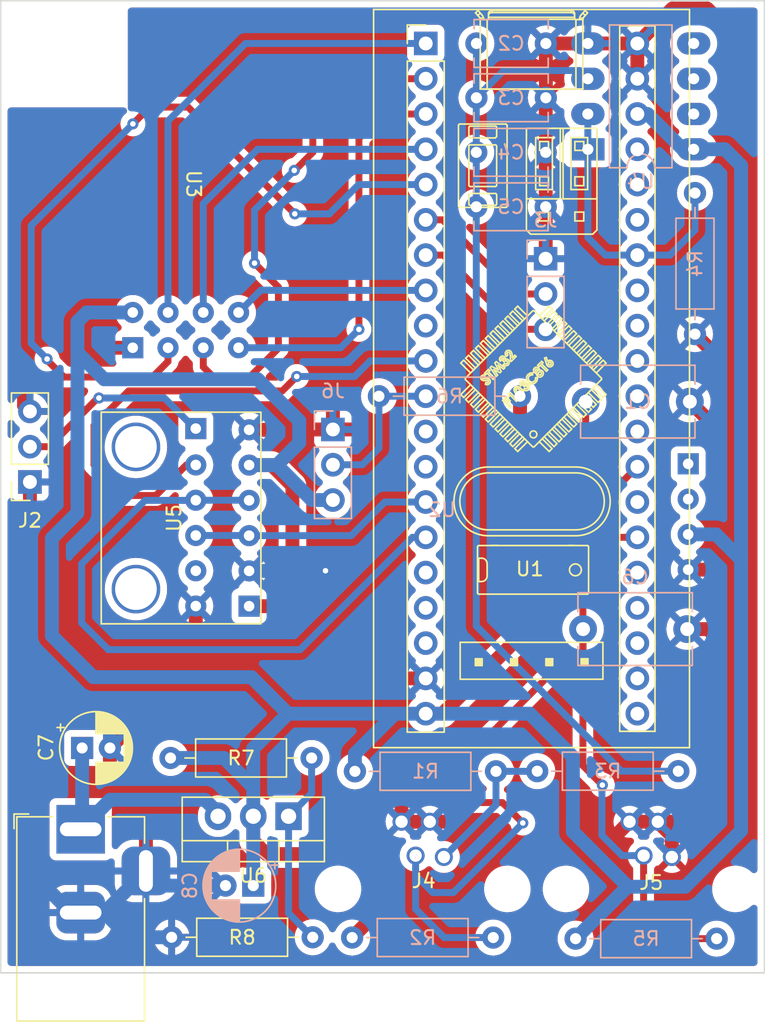
<source format=kicad_pcb>
(kicad_pcb (version 20211014) (generator pcbnew)
  (layers (0 "F.Cu" signal) (31 "B.Cu" signal) (34 "B.Paste" user) (35 "F.Paste" user) (36 "B.SilkS" user "B.Silkscreen") (37 "F.SilkS" user "F.Silkscreen") (38 "B.Mask" user) (39 "F.Mask" user) (44 "Edge.Cuts" user))
  (net 0 "")
  (net 1 "GND")
  (net 2 "Anemometer")
  (net 3 "+3V3")
  (net 4 "/32768Hz out")
  (net 5 "UART_TX")
  (net 6 "UART_RX")
  (net 7 "WindVane_raw")
  (net 8 "DS18B20")
  (net 9 "Wind_Vane")
  (net 10 "LoRa_NCSS")
  (net 11 "LoRa_SCLK")
  (net 12 "LoRa_MISO")
  (net 14 "LoRa_MOSI")
  (net 16 "LoRa_Reset")
  (net 19 "LoRa_DIO0")
  (net 21 "RTC_ALARM")
  (net 25 "I2C_CLK")
  (net 26 "Rain_Gauge")
  (net 27 "I2C_SDA")
  (net 40 "/Passive LPF")
  (net 45 "VCC")
  (net 46 "/V_adj")
  (footprint "RJ11-Connectors:4P4C" (layer "F.Cu") (at 196.81 103.46)
    (fp_text reference "J5" (at 0.04 0.045 unlocked) (layer "F.SilkS"))
    (fp_text value "4P4C" hide)
    (pad "" np_thru_hole circle (at 6.1 0.5) (size 2.36 2.36) (drill 2.36) (layers F&B.Cu *.Mask))
    (pad "" np_thru_hole circle (at -6.1 0.5) (size 2.36 2.36) (drill 2.36) (layers F&B.Cu *.Mask))
    (pad "1" thru_hole circle (at -1.525 -4.34) (size 1.3 1.3) (drill 0.89) (layers *.Cu *.Mask) (net 1 "GND"))
    (pad "2" thru_hole circle (at 0.51 -4.34) (size 1.3 1.3) (drill 0.89) (layers *.Cu *.Mask) (net 1 "GND"))
    (pad "3" thru_hole circle (at -0.51 -1.9) (size 1.3 1.3) (drill 0.89) (layers *.Cu *.Mask) (net 26 "Rain_Gauge"))
    (pad "4" thru_hole circle (at 1.525 -1.8) (size 1.3 1.3) (drill 0.89) (layers *.Cu *.Mask) (net 1 "GND"))
  )
  (footprint "Resistor_THT:R_Axial_DIN0207_L6.3mm_D2.5mm_P10.16mm_Horizontal" (layer "F.Cu") (at 172.39 94.53 180)
    (fp_text reference "R7" (at 5.08 -0.01) (layer "F.SilkS"))
    (fp_text value "240" hide)
    (pad "1" thru_hole circle (at 0 0 180) (size 1.6 1.6) (drill 0.8) (layers *.Cu *.Mask) (net 46 "/V_adj"))
    (pad "2" thru_hole oval (at 10.16 0 180) (size 1.6 1.6) (drill 0.8) (layers *.Cu *.Mask) (net 3 "+3V3"))
  )
  (footprint "Capacitor_THT:CP_Radial_D5.0mm_P2.00mm" (layer "F.Cu") (at 155.864888 93.81)
    (fp_text reference "C7" (at -2.594888 -0.02 90) (layer "F.SilkS"))
    (fp_text value "0.1u" hide)
    (pad "1" thru_hole rect (at 0 0) (size 1.6 1.6) (drill 0.8) (layers *.Cu *.Mask) (net 45 "VCC"))
    (pad "2" thru_hole circle (at 2 0) (size 1.6 1.6) (drill 0.8) (layers *.Cu *.Mask) (net 1 "GND"))
  )
  (footprint "Connector_BarrelJack:BarrelJack_Horizontal" (layer "F.Cu") (at 155.7605 99.664 90)
    (fp_text reference "J1" hide)
    (fp_text value "Barrel_Jack" hide)
    (pad "1" thru_hole rect (at 0 0 90) (size 3.5 3.5) (drill oval 1 3) (layers *.Cu *.Mask) (net 45 "VCC"))
    (pad "2" thru_hole roundrect (at -6 0 90) (size 3 3.5) (drill oval 1 3) (layers *.Cu *.Mask) (net 1 "GND"))
    (pad "3" thru_hole roundrect (at -3 4.7 90) (size 3.5 3.5) (drill oval 3 1) (layers *.Cu *.Mask) (net 1 "GND"))
  )
  (footprint "Connector_PinSocket_2.54mm:PinSocket_1x03_P2.54mm_Vertical" (layer "F.Cu") (at 152.105 74.655 180)
    (fp_text reference "J2" (at 0 -2.77) (layer "F.SilkS"))
    (fp_text value "Conn_01x03_Male" hide)
    (pad "1" thru_hole rect (at 0 0 180) (size 1.7 1.7) (drill 1) (layers *.Cu *.Mask) (net 1 "GND"))
    (pad "2" thru_hole oval (at 0 2.54 180) (size 1.7 1.7) (drill 1) (layers *.Cu *.Mask) (net 4 "/32768Hz out"))
    (pad "3" thru_hole oval (at 0 5.08 180) (size 1.7 1.7) (drill 1) (layers *.Cu *.Mask) (net 1 "GND"))
  )
  (footprint "BME280_Module:BME280_I2C_Small" (layer "F.Cu") (at 162.99 77.25 90)
    (fp_text reference "U5" (at 0 -0.5 90 unlocked) (layer "F.SilkS"))
    (fp_text value "BME280_I2C_New_LK888")
    (pad "" np_thru_hole circle (at 5.12 -3.25 90) (size 3.5 3.5) (drill 3) (layers F&B.Cu *.Mask))
    (pad "" np_thru_hole circle (at -5.12 -3.25 90) (size 3.5 3.5) (drill 3) (layers F&B.Cu *.Mask))
    (pad "1" thru_hole rect (at -6.35 4.9 180) (size 1.524 1.524) (drill 0.762) (layers *.Cu *.Mask) (net 3 "+3V3"))
    (pad "1" thru_hole circle (at 3.81 4.9 180) (size 1.524 1.524) (drill 0.762) (layers *.Cu *.Mask) (net 3 "+3V3"))
    (pad "2" thru_hole circle (at -3.81 4.9 180) (size 1.524 1.524) (drill 0.762) (layers *.Cu *.Mask) (net 1 "GND"))
    (pad "3" thru_hole circle (at -1.27 4.9 180) (size 1.524 1.524) (drill 0.762) (layers *.Cu *.Mask) (net 25 "I2C_CLK"))
    (pad "4" thru_hole circle (at 1.27 4.9 180) (size 1.524 1.524) (drill 0.762) (layers *.Cu *.Mask) (net 27 "I2C_SDA"))
    (pad "5" thru_hole circle (at 6.35 4.9 180) (size 1.524 1.524) (drill 0.762) (layers *.Cu *.Mask) (net 1 "GND"))
  )
  (footprint "Package_TO_SOT_THT:TO-220-3_Vertical" (layer "F.Cu") (at 170.73 98.725 180)
    (fp_text reference "U6" (at 2.54 -4.27) (layer "F.SilkS"))
    (fp_text value "LM317_TO-220")
    (pad "1" thru_hole rect (at 0 0 180) (size 1.905 2) (drill 1.1) (layers *.Cu *.Mask) (net 46 "/V_adj"))
    (pad "2" thru_hole oval (at 2.54 0 180) (size 1.905 2) (drill 1.1) (layers *.Cu *.Mask) (net 3 "+3V3"))
    (pad "3" thru_hole oval (at 5.08 0 180) (size 1.905 2) (drill 1.1) (layers *.Cu *.Mask) (net 45 "VCC"))
  )
  (footprint "RJ11-Connectors:4P4C" (layer "F.Cu") (at 180.39 103.46)
    (fp_text reference "J4" (at 0.077 -0.082 unlocked) (layer "F.SilkS"))
    (fp_text value "4P4C" hide)
    (pad "" np_thru_hole circle (at 6.1 0.5) (size 2.36 2.36) (drill 2.36) (layers F&B.Cu *.Mask))
    (pad "" np_thru_hole circle (at -6.1 0.5) (size 2.36 2.36) (drill 2.36) (layers F&B.Cu *.Mask))
    (pad "1" thru_hole circle (at -1.525 -4.34) (size 1.3 1.3) (drill 0.89) (layers *.Cu *.Mask) (net 1 "GND"))
    (pad "2" thru_hole circle (at 0.51 -4.34) (size 1.3 1.3) (drill 0.89) (layers *.Cu *.Mask) (net 1 "GND"))
    (pad "3" thru_hole circle (at -0.51 -1.9) (size 1.3 1.3) (drill 0.89) (layers *.Cu *.Mask) (net 2 "Anemometer"))
    (pad "4" thru_hole circle (at 1.525 -1.8) (size 1.3 1.3) (drill 0.89) (layers *.Cu *.Mask) (net 7 "WindVane_raw"))
  )
  (footprint "SX1278_Module:SX1278_Minimal" (layer "F.Cu") (at 163.39 53.19 -90)
    (fp_text reference "U3" (at 0 -0.5 -90 unlocked) (layer "F.SilkS"))
    (fp_text value "SX1278_Minimal")
    (pad "1" thru_hole rect (at 11.8 3.88 270) (size 1.524 1.524) (drill 0.762) (layers *.Cu *.Mask) (net 1 "GND"))
    (pad "2" thru_hole circle (at 9.26 3.88 270) (size 1.524 1.524) (drill 0.762) (layers *.Cu *.Mask) (net 3 "+3V3"))
    (pad "3" thru_hole circle (at 11.8 1.34 270) (size 1.524 1.524) (drill 0.762) (layers *.Cu *.Mask) (net 16 "LoRa_Reset"))
    (pad "4" thru_hole circle (at 9.26 1.34 270) (size 1.524 1.524) (drill 0.762) (layers *.Cu *.Mask) (net 10 "LoRa_NCSS"))
    (pad "5" thru_hole circle (at 11.8 -1.2 270) (size 1.524 1.524) (drill 0.762) (layers *.Cu *.Mask) (net 11 "LoRa_SCLK"))
    (pad "6" thru_hole circle (at 9.26 -1.2 270) (size 1.524 1.524) (drill 0.762) (layers *.Cu *.Mask) (net 14 "LoRa_MOSI"))
    (pad "7" thru_hole circle (at 11.8 -3.74 270) (size 1.524 1.524) (drill 0.762) (layers *.Cu *.Mask) (net 12 "LoRa_MISO"))
    (pad "8" thru_hole circle (at 9.26 -3.74 270) (size 1.524 1.524) (drill 0.762) (layers *.Cu *.Mask) (net 19 "LoRa_DIO0"))
  )
  (footprint "Resistor_THT:R_Axial_DIN0207_L6.3mm_D2.5mm_P10.16mm_Horizontal" (layer "F.Cu") (at 172.47 107.44 180)
    (fp_text reference "R8" (at 5.08 -0.01) (layer "F.SilkS"))
    (fp_text value "390" hide)
    (pad "1" thru_hole circle (at 0 0 180) (size 1.6 1.6) (drill 0.8) (layers *.Cu *.Mask) (net 46 "/V_adj"))
    (pad "2" thru_hole oval (at 10.16 0 180) (size 1.6 1.6) (drill 0.8) (layers *.Cu *.Mask) (net 1 "GND"))
  )
  (footprint "KiCAD_STM32_BluePill:YAAJ_BluePill_1" (layer "F.Cu") (at 180.61 43.08)
    (fp_text reference "U1" (at 7.493 37.846) (layer "F.SilkS"))
    (fp_text value "YAAJ_BluePill" hide)
    (pad "1" thru_hole rect locked (at 0 0) (size 1.7 1.7) (drill 1) (layers *.Cu *.Mask) (net 10 "LoRa_NCSS"))
    (pad "2" thru_hole circle locked (at 0 2.54) (size 1.7 1.7) (drill 1) (layers *.Cu *.Mask) (net 11 "LoRa_SCLK"))
    (pad "3" thru_hole circle locked (at 0 5.08) (size 1.7 1.7) (drill 1) (layers *.Cu *.Mask) (net 12 "LoRa_MISO"))
    (pad "4" thru_hole circle locked (at 0 7.62) (size 1.7 1.7) (drill 1) (layers *.Cu *.Mask) (net 14 "LoRa_MOSI"))
    (pad "5" thru_hole circle locked (at 0 10.16) (size 1.7 1.7) (drill 1) (layers *.Cu *.Mask) (net 16 "LoRa_Reset"))
    (pad "6" thru_hole circle locked (at 0 12.7) (size 1.7 1.7) (drill 1) (layers *.Cu *.Mask) (net 5 "UART_TX"))
    (pad "7" thru_hole circle locked (at 0 15.24) (size 1.7 1.7) (drill 1) (layers *.Cu *.Mask) (net 6 "UART_RX"))
    (pad "8" thru_hole circle locked (at 0 17.78) (size 1.7 1.7) (drill 1) (layers *.Cu *.Mask) (net 19 "LoRa_DIO0"))
    (pad "9" thru_hole circle locked (at 0 20.32) (size 1.7 1.7) (drill 1) (layers *.Cu *.Mask))
    (pad "10" thru_hole circle locked (at 0 22.86) (size 1.7 1.7) (drill 1) (layers *.Cu *.Mask) (net 21 "RTC_ALARM"))
    (pad "11" thru_hole circle locked (at 0 25.4) (size 1.7 1.7) (drill 1) (layers *.Cu *.Mask) (net 8 "DS18B20"))
    (pad "12" thru_hole circle locked (at 0 27.94) (size 1.7 1.7) (drill 1) (layers *.Cu *.Mask))
    (pad "13" thru_hole circle locked (at 0 30.48) (size 1.7 1.7) (drill 1) (layers *.Cu *.Mask))
    (pad "14" thru_hole circle locked (at 0 33.02) (size 1.7 1.7) (drill 1) (layers *.Cu *.Mask) (net 25 "I2C_CLK"))
    (pad "15" thru_hole circle locked (at 0 35.56) (size 1.7 1.7) (drill 1) (layers *.Cu *.Mask) (net 27 "I2C_SDA"))
    (pad "16" thru_hole circle locked (at 0 38.1) (size 1.7 1.7) (drill 1) (layers *.Cu *.Mask))
    (pad "17" thru_hole circle locked (at 0 40.64) (size 1.7 1.7) (drill 1) (layers *.Cu *.Mask))
    (pad "18" thru_hole circle locked (at 0 43.18) (size 1.7 1.7) (drill 1) (layers *.Cu *.Mask))
    (pad "19" thru_hole circle locked (at 0 45.72) (size 1.7 1.7) (drill 1) (layers *.Cu *.Mask) (net 1 "GND"))
    (pad "20" thru_hole circle locked (at 0 48.26) (size 1.7 1.7) (drill 1) (layers *.Cu *.Mask) (net 3 "+3V3"))
    (pad "21" thru_hole circle locked (at 15.24 48.26) (size 1.7 1.7) (drill 1) (layers *.Cu *.Mask))
    (pad "22" thru_hole circle locked (at 15.24 45.72) (size 1.7 1.7) (drill 1) (layers *.Cu *.Mask))
    (pad "23" thru_hole circle locked (at 15.24 43.18) (size 1.7 1.7) (drill 1) (layers *.Cu *.Mask))
    (pad "24" thru_hole circle locked (at 15.24 40.64) (size 1.7 1.7) (drill 1) (layers *.Cu *.Mask))
    (pad "25" thru_hole circle locked (at 15.24 38.1) (size 1.7 1.7) (drill 1) (layers *.Cu *.Mask))
    (pad "26" thru_hole circle locked (at 15.24 35.56) (size 1.7 1.7) (drill 1) (layers *.Cu *.Mask) (net 26 "Rain_Gauge"))
    (pad "27" thru_hole circle locked (at 15.24 33.02) (size 1.7 1.7) (drill 1) (layers *.Cu *.Mask))
    (pad "28" thru_hole circle locked (at 15.24 30.48) (size 1.7 1.7) (drill 1) (layers *.Cu *.Mask) (net 2 "Anemometer"))
    (pad "29" thru_hole circle locked (at 15.24 27.94) (size 1.7 1.7) (drill 1) (layers *.Cu *.Mask))
    (pad "30" thru_hole circle locked (at 15.24 25.4) (size 1.7 1.7) (drill 1) (layers *.Cu *.Mask))
    (pad "31" thru_hole circle locked (at 15.24 22.86) (size 1.7 1.7) (drill 1) (layers *.Cu *.Mask))
    (pad "32" thru_hole circle locked (at 15.24 20.32) (size 1.7 1.7) (drill 1) (layers *.Cu *.Mask))
    (pad "33" thru_hole circle locked (at 15.24 17.78) (size 1.7 1.7) (drill 1) (layers *.Cu *.Mask))
    (pad "34" thru_hole circle locked (at 15.24 15.24) (size 1.7 1.7) (drill 1) (layers *.Cu *.Mask) (net 9 "Wind_Vane"))
    (pad "35" thru_hole circle locked (at 15.24 12.7) (size 1.7 1.7) (drill 1) (layers *.Cu *.Mask))
    (pad "36" thru_hole circle locked (at 15.24 10.16) (size 1.7 1.7) (drill 1) (layers *.Cu *.Mask))
    (pad "37" thru_hole circle locked (at 15.24 7.62) (size 1.7 1.7) (drill 1) (layers *.Cu *.Mask))
    (pad "38" thru_hole circle locked (at 15.24 5.08) (size 1.7 1.7) (drill 1) (layers *.Cu *.Mask) (net 3 "+3V3"))
    (pad "39" thru_hole circle locked (at 15.24 2.54) (size 1.7 1.7) (drill 1) (layers *.Cu *.Mask) (net 1 "GND"))
    (pad "40" thru_hole circle locked (at 15.24 0) (size 1.7 1.7) (drill 1) (layers *.Cu *.Mask) (net 1 "GND"))
  )
  (footprint "Capacitor_THT:C_Disc_D5.1mm_W3.2mm_P5.00mm" (layer "B.Cu") (at 184.25 54.84)
    (fp_text reference "C5" (at 2.5 0) (layer "B.SilkS") (effects (justify mirror)))
    (fp_text value "2.2n" hide)
    (pad "1" thru_hole circle (at 0 0) (size 1.6 1.6) (drill 0.8) (layers *.Cu *.Mask) (net 40 "/Passive LPF"))
    (pad "2" thru_hole circle (at 5 0) (size 1.6 1.6) (drill 0.8) (layers *.Cu *.Mask) (net 1 "GND"))
  )
  (footprint "Package_DIP:DIP-8_W7.62mm_LongPads" (layer "B.Cu") (at 192.285 50.7)
    (fp_text reference "U4" (at 3.81 2.33) (layer "B.SilkS") (effects (justify mirror)))
    (fp_text value "MCP6002-xP")
    (pad "1" thru_hole rect (at 0 0) (size 2.4 1.6) (drill 0.8) (layers *.Cu *.Mask) (net 9 "Wind_Vane"))
    (pad "2" thru_hole oval (at 0 -2.54) (size 2.4 1.6) (drill 0.8) (layers *.Cu *.Mask) (net 9 "Wind_Vane"))
    (pad "3" thru_hole oval (at 0 -5.08) (size 2.4 1.6) (drill 0.8) (layers *.Cu *.Mask) (net 40 "/Passive LPF"))
    (pad "4" thru_hole oval (at 0 -7.62) (size 2.4 1.6) (drill 0.8) (layers *.Cu *.Mask) (net 1 "GND"))
    (pad "5" thru_hole oval (at 7.62 -7.62) (size 2.4 1.6) (drill 0.8) (layers *.Cu *.Mask))
    (pad "6" thru_hole oval (at 7.62 -5.08) (size 2.4 1.6) (drill 0.8) (layers *.Cu *.Mask))
    (pad "7" thru_hole oval (at 7.62 -2.54) (size 2.4 1.6) (drill 0.8) (layers *.Cu *.Mask))
    (pad "8" thru_hole oval (at 7.62 0) (size 2.4 1.6) (drill 0.8) (layers *.Cu *.Mask) (net 3 "+3V3"))
  )
  (footprint "Capacitor_THT:C_Disc_D8.0mm_W5.0mm_P7.50mm" (layer "B.Cu") (at 199.63 68.87 180)
    (fp_text reference "C1" (at 3.75 0) (layer "B.SilkS") (effects (justify mirror)))
    (fp_text value "68n" hide)
    (pad "1" thru_hole circle (at 0 0 180) (size 2 2) (drill 1) (layers *.Cu *.Mask) (net 1 "GND"))
    (pad "2" thru_hole circle (at 7.5 0 180) (size 2 2) (drill 1) (layers *.Cu *.Mask) (net 2 "Anemometer"))
  )
  (footprint "Capacitor_THT:C_Disc_D5.1mm_W3.2mm_P5.00mm" (layer "B.Cu") (at 184.25 50.92)
    (fp_text reference "C4" (at 2.5 0) (layer "B.SilkS") (effects (justify mirror)))
    (fp_text value "3.3n" hide)
    (pad "1" thru_hole circle (at 0 0) (size 1.6 1.6) (drill 0.8) (layers *.Cu *.Mask) (net 40 "/Passive LPF"))
    (pad "2" thru_hole circle (at 5 0) (size 1.6 1.6) (drill 0.8) (layers *.Cu *.Mask) (net 1 "GND"))
  )
  (footprint "Capacitor_THT:C_Disc_D5.1mm_W3.2mm_P5.00mm" (layer "B.Cu") (at 184.26 43.08)
    (fp_text reference "C2" (at 2.5 0) (layer "B.SilkS") (effects (justify mirror)))
    (fp_text value "10n" hide)
    (pad "1" thru_hole circle (at 0 0) (size 1.6 1.6) (drill 0.8) (layers *.Cu *.Mask) (net 40 "/Passive LPF"))
    (pad "2" thru_hole circle (at 5 0) (size 1.6 1.6) (drill 0.8) (layers *.Cu *.Mask) (net 1 "GND"))
  )
  (footprint "Capacitor_THT:CP_Radial_D5.0mm_P2.00mm" (layer "B.Cu") (at 168.19 103.72 180)
    (fp_text reference "C8" (at 4.57 0 90) (layer "B.SilkS") (effects (justify mirror)))
    (fp_text value "1u" hide)
    (pad "1" thru_hole rect (at 0 0 180) (size 1.6 1.6) (drill 0.8) (layers *.Cu *.Mask) (net 3 "+3V3"))
    (pad "2" thru_hole circle (at 2 0 180) (size 1.6 1.6) (drill 0.8) (layers *.Cu *.Mask) (net 1 "GND"))
  )
  (footprint "Resistor_THT:R_Axial_DIN0207_L6.3mm_D2.5mm_P10.16mm_Horizontal" (layer "B.Cu") (at 187.4 68.48 180)
    (fp_text reference "R6" (at 5.08 0) (layer "B.SilkS") (effects (justify mirror)))
    (fp_text value "4.7k" hide)
    (pad "1" thru_hole circle (at 0 0 180) (size 1.6 1.6) (drill 0.8) (layers *.Cu *.Mask) (net 3 "+3V3"))
    (pad "2" thru_hole oval (at 10.16 0 180) (size 1.6 1.6) (drill 0.8) (layers *.Cu *.Mask) (net 8 "DS18B20"))
  )
  (footprint "Connector_PinSocket_2.54mm:PinSocket_1x03_P2.54mm_Vertical" (layer "B.Cu") (at 189.24 58.58 180)
    (fp_text reference "J3" (at 0 2.77) (layer "B.SilkS") (effects (justify mirror)))
    (fp_text value "Conn_01x03_Male" hide)
    (pad "1" thru_hole rect (at 0 0 180) (size 1.7 1.7) (drill 1) (layers *.Cu *.Mask) (net 1 "GND"))
    (pad "2" thru_hole oval (at 0 -2.54 180) (size 1.7 1.7) (drill 1) (layers *.Cu *.Mask) (net 5 "UART_TX"))
    (pad "3" thru_hole oval (at 0 -5.08 180) (size 1.7 1.7) (drill 1) (layers *.Cu *.Mask) (net 6 "UART_RX"))
  )
  (footprint "Resistor_THT:R_Axial_DIN0207_L6.3mm_D2.5mm_P10.16mm_Horizontal" (layer "B.Cu") (at 200 64.01 90)
    (fp_text reference "R4" (at 5.08 0.01 90) (layer "B.SilkS") (effects (justify mirror)))
    (fp_text value "3.3k" hide)
    (pad "1" thru_hole circle (at 0 0 90) (size 1.6 1.6) (drill 0.8) (layers *.Cu *.Mask) (net 1 "GND"))
    (pad "2" thru_hole oval (at 10.16 0 90) (size 1.6 1.6) (drill 0.8) (layers *.Cu *.Mask) (net 9 "Wind_Vane"))
  )
  (footprint "DS3231_Module:DS3231_Module_FullSize" (layer "B.Cu") (at 181.78 77.16 180)
    (fp_text reference "U2" (at 0 0.5 unlocked) (layer "B.SilkS") (effects (justify mirror)))
    (fp_text value "DS3231_Full_Pinout")
    (pad "1" thru_hole rect (at -17.73 3.81 180) (size 1.524 1.524) (drill 0.762) (layers *.Cu *.Mask))
    (pad "2" thru_hole circle (at -17.73 1.27 180) (size 1.524 1.524) (drill 0.762) (layers *.Cu *.Mask))
    (pad "3" thru_hole circle (at -17.73 -1.27 180) (size 1.524 1.524) (drill 0.762) (layers *.Cu *.Mask) (net 3 "+3V3"))
    (pad "4" thru_hole circle (at -17.73 -3.81 180) (size 1.524 1.524) (drill 0.762) (layers *.Cu *.Mask) (net 1 "GND"))
    (pad "5" thru_hole rect (at 17.73 6.35 180) (size 1.524 1.524) (drill 0.762) (layers *.Cu *.Mask) (net 4 "/32768Hz out"))
    (pad "6" thru_hole circle (at 17.73 3.73 180) (size 1.524 1.524) (drill 0.762) (layers *.Cu *.Mask) (net 21 "RTC_ALARM"))
    (pad "7" thru_hole circle (at 17.73 -1.35 180) (size 1.524 1.524) (drill 0.762) (layers *.Cu *.Mask) (net 25 "I2C_CLK"))
    (pad "8" thru_hole circle (at 17.73 1.19 180) (size 1.524 1.524) (drill 0.762) (layers *.Cu *.Mask) (net 27 "I2C_SDA"))
    (pad "9" thru_hole circle (at 17.73 -3.89 180) (size 1.524 1.524) (drill 0.762) (layers *.Cu *.Mask))
    (pad "10" thru_hole circle (at 17.73 -6.43 180) (size 1.524 1.524) (drill 0.762) (layers *.Cu *.Mask) (net 1 "GND"))
  )
  (footprint "Resistor_THT:R_Axial_DIN0207_L6.3mm_D2.5mm_P10.16mm_Horizontal" (layer "B.Cu") (at 188.64 95.48)
    (fp_text reference "R3" (at 5.08 0) (layer "B.SilkS") (effects (justify mirror)))
    (fp_text value "680" hide)
    (pad "1" thru_hole circle (at 0 0) (size 1.6 1.6) (drill 0.8) (layers *.Cu *.Mask) (net 7 "WindVane_raw"))
    (pad "2" thru_hole oval (at 10.16 0) (size 1.6 1.6) (drill 0.8) (layers *.Cu *.Mask) (net 40 "/Passive LPF"))
  )
  (footprint "Resistor_THT:R_Axial_DIN0207_L6.3mm_D2.5mm_P10.16mm_Horizontal" (layer "B.Cu") (at 191.4 107.54)
    (fp_text reference "R5" (at 5.08 0) (layer "B.SilkS") (effects (justify mirror)))
    (fp_text value "33k" hide)
    (pad "1" thru_hole circle (at 0 0) (size 1.6 1.6) (drill 0.8) (layers *.Cu *.Mask) (net 3 "+3V3"))
    (pad "2" thru_hole oval (at 10.16 0) (size 1.6 1.6) (drill 0.8) (layers *.Cu *.Mask) (net 26 "Rain_Gauge"))
  )
  (footprint "Capacitor_THT:C_Disc_D8.0mm_W5.0mm_P7.50mm" (layer "B.Cu") (at 199.44 85.25 180)
    (fp_text reference "C6" (at 3.75 3.75) (layer "B.SilkS") (effects (justify mirror)))
    (fp_text value "68n")
    (pad "1" thru_hole circle (at 0 0 180) (size 2 2) (drill 1) (layers *.Cu *.Mask) (net 1 "GND"))
    (pad "2" thru_hole circle (at 7.5 0 180) (size 2 2) (drill 1) (layers *.Cu *.Mask) (net 26 "Rain_Gauge"))
  )
  (footprint "Resistor_THT:R_Axial_DIN0207_L6.3mm_D2.5mm_P10.16mm_Horizontal" (layer "B.Cu") (at 175.51 95.49)
    (fp_text reference "R1" (at 5.08 0) (layer "B.SilkS") (effects (justify mirror)))
    (fp_text value "3k" hide)
    (pad "1" thru_hole circle (at 0 0) (size 1.6 1.6) (drill 0.8) (layers *.Cu *.Mask) (net 3 "+3V3"))
    (pad "2" thru_hole oval (at 10.16 0) (size 1.6 1.6) (drill 0.8) (layers *.Cu *.Mask) (net 7 "WindVane_raw"))
  )
  (footprint "Connector_PinSocket_2.54mm:PinSocket_1x03_P2.54mm_Vertical" (layer "B.Cu") (at 173.925 70.875 180)
    (fp_text reference "J6" (at 0 2.77) (layer "B.SilkS") (effects (justify mirror)))
    (fp_text value "Conn_01x03_Male")
    (pad "1" thru_hole rect (at 0 0 180) (size 1.7 1.7) (drill 1) (layers *.Cu *.Mask) (net 1 "GND"))
    (pad "2" thru_hole oval (at 0 -2.54 180) (size 1.7 1.7) (drill 1) (layers *.Cu *.Mask) (net 8 "DS18B20"))
    (pad "3" thru_hole oval (at 0 -5.08 180) (size 1.7 1.7) (drill 1) (layers *.Cu *.Mask) (net 3 "+3V3"))
  )
  (footprint "Resistor_THT:R_Axial_DIN0207_L6.3mm_D2.5mm_P10.16mm_Horizontal" (layer "B.Cu") (at 175.31 107.46)
    (fp_text reference "R2" (at 5.08 0.01) (layer "B.SilkS") (effects (justify mirror)))
    (fp_text value "33k" hide)
    (pad "1" thru_hole circle (at 0 0) (size 1.6 1.6) (drill 0.8) (layers *.Cu *.Mask) (net 3 "+3V3"))
    (pad "2" thru_hole oval (at 10.16 0) (size 1.6 1.6) (drill 0.8) (layers *.Cu *.Mask) (net 2 "Anemometer"))
  )
  (footprint "Capacitor_THT:C_Disc_D5.1mm_W3.2mm_P5.00mm" (layer "B.Cu") (at 184.26 46.99)
    (fp_text reference "C3" (at 2.5 0) (layer "B.SilkS") (effects (justify mirror)))
    (fp_text value "4.7n" hide)
    (pad "1" thru_hole circle (at 0 0) (size 1.6 1.6) (drill 0.8) (layers *.Cu *.Mask) (net 40 "/Passive LPF"))
    (pad "2" thru_hole circle (at 5 0) (size 1.6 1.6) (drill 0.8) (layers *.Cu *.Mask) (net 1 "GND"))
  )
  (gr_rect (start 150 40) (end 205 110) (layer "Edge.Cuts") (width 0.1) (fill none))
  (segment (start 197.32 99.12) (end 198.34 100.14) (width 1) (layer "F.Cu") (net 1))
  (segment (start 200 64.01) (end 202.65 66.66) (width 1) (layer "F.Cu") (net 1))
  (segment (start 202.65 95.86) (end 199.39 99.12) (width 1) (layer "F.Cu") (net 1))
  (segment (start 198.34 100.14) (end 198.34 100.5) (width 1) (layer "F.Cu") (net 1))
  (segment (start 192.285 43.08) (end 195.85 43.08) (width 1) (layer "F.Cu") (net 1))
  (segment (start 152.105 74.655) (end 152.105 86.45109) (width 1) (layer "F.Cu") (net 1))
  (segment (start 160.4605 102.664) (end 160.4605 98.2705) (width 1) (layer "F.Cu") (net 1))
  (segment (start 198.335 100.505) (end 198.335 101.66) (width 1) (layer "F.Cu") (net 1))
  (segment (start 160.4605 98.2705) (end 157.864888 95.674888) (width 1) (layer "F.Cu") (net 1))
  (segment (start 193.205 101.2) (end 195.285 99.12) (width 1) (layer "F.Cu") (net 1))
  (segment (start 202.65 71.89) (end 202.65 72.25) (width 1) (layer "F.Cu") (net 1))
  (segment (start 202.65 67.03) (end 202.65 72.25) (width 1) (layer "F.Cu") (net 1))
  (segment (start 163.57 51.28) (end 173.925 61.635) (width 1) (layer "F.Cu") (net 1))
  (segment (start 155.38 51.28) (end 163.57 51.28) (width 1) (layer "F.Cu") (net 1))
  (segment (start 200.93 85.25) (end 202.65 86.97) (width 1) (layer "F.Cu") (net 1))
  (segment (start 155.96 64.99) (end 159.51 64.99) (width 1) (layer "F.Cu") (net 1))
  (segment (start 201.16 80.97) (end 199.51 80.97) (width 1) (layer "F.Cu") (net 1))
  (segment (start 199.44 85.25) (end 200.93 85.25) (width 1) (layer "F.Cu") (net 1))
  (segment (start 173.39 81.05) (end 177.59 76.85) (width 1) (layer "F.Cu") (net 1))
  (segment (start 178.865 99.12) (end 178.865 95.385) (width 1) (layer "F.Cu") (net 1))
  (segment (start 176.475 70.875) (end 173.925 70.875) (width 1) (layer "F.Cu") (net 1))
  (segment (start 152.105 69.575) (end 151.68 69.15) (width 1) (layer "F.Cu") (net 1))
  (segment (start 195.85 43.08) (end 198.36 40.57) (width 1) (layer "F.Cu") (net 1))
  (segment (start 202.65 86.97) (end 202.65 95.86) (width 1) (layer "F.Cu") (net 1))
  (segment (start 157.864888 95.674888) (end 157.864888 93.81) (width 1) (layer "F.Cu") (net 1))
  (segment (start 173.39 83.8) (end 178.39 88.8) (width 1) (layer "F.Cu") (net 1))
  (segment (start 182.64 99.12) (end 184.72 101.2) (width 1) (layer "F.Cu") (net 1))
  (segment (start 172.28 88.8) (end 178.39 88.8) (width 1) (layer "F.Cu") (net 1))
  (segment (start 189.25 54.84) (end 189.25 58.57) (width 1) (layer "F.Cu") (net 1))
  (segment (start 198.34 100.5) (end 198.335 100.505) (width 1) (layer "F.Cu") (net 1))
  (segment (start 167.89 70.9) (end 170.21 70.9) (width 1) (layer "F.Cu") (net 1))
  (segment (start 177.59 71.99) (end 176.475 70.875) (width 1) (layer "F.Cu") (net 1))
  (segment (start 167.23 88.8) (end 172.28 88.8) (width 1) (layer "F.Cu") (net 1))
  (segment (start 164.05 85.62) (end 164.05 83.59) (width 1) (layer "F.Cu") (net 1))
  (segment (start 151.68 69.15) (end 151.68 63.63) (width 1) (layer "F.Cu") (net 1))
  (segment (start 202.65 82.46) (end 202.65 82.61) (width 1) (layer "F.Cu") (net 1))
  (segment (start 162.874888 88.8) (end 167.23 88.8) (width 1) (layer "F.Cu") (net 1))
  (segment (start 189.25 58.57) (end 189.24 58.58) (width 1) (layer "F.Cu") (net 1))
  (segment (start 199.63 68.87) (end 202.65 71.89) (width 1) (layer "F.Cu") (net 1))
  (segment (start 202.65 72.25) (end 202.65 82.61) (width 1) (layer "F.Cu") (net 1))
  (segment (start 201.16 80.97) (end 202.65 82.46) (width 1) (layer "F.Cu") (net 1))
  (segment (start 157.864888 93.81) (end 160.397444 91.277444) (width 1) (layer "F.Cu") (net 1))
  (segment (start 195.285 99.12) (end 197.32 99.12) (width 1) (layer "F.Cu") (net 1))
  (segment (start 177.59 76.85) (end 177.59 71.99) (width 1) (layer "F.Cu") (net 1))
  (segment (start 199.39 99.12) (end 197.32 99.12) (width 1) (layer "F.Cu") (net 1))
  (segment (start 151.68 63.63) (end 153.14 62.17) (width 1) (layer "F.Cu") (net 1))
  (segment (start 153.14 53.52) (end 155.38 51.28) (width 1) (layer "F.Cu") (net 1))
  (segment (start 178.39 88.8) (end 180.61 88.8) (width 1) (layer "F.Cu") (net 1))
  (segment (start 160.397444 91.277444) (end 162.874888 88.8) (width 1) (layer "F.Cu") (net 1))
  (segment (start 173.925 70.875) (end 170.235 70.875) (width 1) (layer "F.Cu") (net 1))
  (segment (start 167.23 88.8) (end 164.05 85.62) (width 1) (layer "F.Cu") (net 1))
  (segment (start 202.65 66.66) (end 202.65 67.03) (width 1) (layer "F.Cu") (net 1))
  (segment (start 184.72 101.2) (end 193.205 101.2) (width 1) (layer "F.Cu") (net 1))
  (segment (start 189.25 54.84) (end 189.25 50.92) (width 1) (layer "F.Cu") (net 1))
  (segment (start 152.105 86.45109) (end 156.931354 91.277444) (width 1) (layer "F.Cu") (net 1))
  (segment (start 153.14 62.17) (end 153.14 53.52) (width 1) (layer "F.Cu") (net 1))
  (segment (start 195.85 45.62) (end 195.85 43.08) (width 1) (layer "F.Cu") (net 1))
  (segment (start 173.925 61.635) (end 173.925 70.875) (width 1) (layer "F.Cu") (net 1))
  (segment (start 178.865 99.12) (end 180.9 99.12) (width 1) (layer "F.Cu") (net 1))
  (segment (start 153.14 62.17) (end 155.96 64.99) (width 1) (layer "F.Cu") (net 1))
  (segment (start 173.39 81.05) (end 173.39 83.8) (width 1) (layer "F.Cu") (net 1))
  (segment (start 202.65 82.61) (end 202.65 86.97) (width 1) (layer "F.Cu") (net 1))
  (segment (start 156.931354 91.277444) (end 160.397444 91.277444) (width 1) (layer "F.Cu") (net 1))
  (segment (start 180.9 99.12) (end 182.64 99.12) (width 1) (layer "F.Cu") (net 1))
  (segment (start 189.25 50.92) (end 189.25 47) (width 1) (layer "F.Cu") (net 1))
  (segment (start 200.89 40.57) (end 202.65 42.33) (width 1) (layer "F.Cu") (net 1))
  (segment (start 170.235 70.875) (end 170.21 70.9) (width 1) (layer "F.Cu") (net 1))
  (segment (start 189.26 43.08) (end 192.285 43.08) (width 1) (layer "F.Cu") (net 1))
  (segment (start 178.865 95.385) (end 172.28 88.8) (width 1) (layer "F.Cu") (net 1))
  (segment (start 198.36 40.57) (end 200.89 40.57) (width 1) (layer "F.Cu") (net 1))
  (segment (start 202.65 42.33) (end 202.65 67.03) (width 1) (layer "F.Cu") (net 1))
  (segment (start 189.26 43.08) (end 189.26 46.99) (width 1) (layer "F.Cu") (net 1))
  (via (at 173.39 81.05) (size 0.8) (drill 0.4) (layers "F.Cu" "B.Cu") (net 1))
  (segment (start 161.5165 103.72) (end 160.4605 102.664) (width 1) (layer "B.Cu") (net 1))
  (segment (start 156.72 91.25) (end 154.08 91.25) (width 1) (layer "B.Cu") (net 1))
  (segment (start 162.31 107.44) (end 159.2365 107.44) (width 1) (layer "B.Cu") (net 1))
  (segment (start 152.28 102.87) (end 155.074 105.664) (width 1) (layer "B.Cu") (net 1))
  (segment (start 154.08 91.25) (end 152.28 93.05) (width 1) (layer "B.Cu") (net 1))
  (segment (start 152.28 93.05) (end 152.28 102.87) (width 1) (layer "B.Cu") (net 1))
  (segment (start 157.4605 105.664) (end 160.4605 102.664) (width 1) (layer "B.Cu") (net 1))
  (segment (start 155.074 105.664) (end 155.7605 105.664) (width 1) (layer "B.Cu") (net 1))
  (segment (start 157.864888 93.81) (end 157.864888 92.394888) (width 1) (layer "B.Cu") (net 1))
  (segment (start 155.7605 105.664) (end 157.4605 105.664) (width 1) (layer "B.Cu") (net 1))
  (segment (start 189.25 47) (end 189.26 46.99) (width 1) (layer "B.Cu") (net 1))
  (segment (start 173.38 81.06) (end 173.39 81.05) (width 1) (layer "B.Cu") (net 1))
  (segment (start 159.2365 107.44) (end 157.4605 105.664) (width 1) (layer "B.Cu") (net 1))
  (segment (start 166.19 103.72) (end 161.5165 103.72) (width 1) (layer "B.Cu") (net 1))
  (segment (start 157.864888 92.394888) (end 156.72 91.25) (width 1) (layer "B.Cu") (net 1))
  (segment (start 167.89 81.06) (end 173.38 81.06) (width 1) (layer "B.Cu") (net 1))
  (segment (start 192.13 77.28) (end 192.13 68.87) (width 0.5) (layer "F.Cu") (net 2))
  (segment (start 190 79.41) (end 192.13 77.28) (width 0.5) (layer "F.Cu") (net 2))
  (segment (start 187.6 99.21) (end 186.13 97.74) (width 0.5) (layer "F.Cu") (net 2))
  (segment (start 183.19 96.85) (end 183.19 94.88) (width 0.5) (layer "F.Cu") (net 2))
  (segment (start 184.08 97.74) (end 183.19 96.85) (width 0.5) (layer "F.Cu") (net 2))
  (segment (start 186.13 97.74) (end 184.08 97.74) (width 0.5) (layer "F.Cu") (net 2))
  (segment (start 190 79.41) (end 195.85 73.56) (width 0.5) (layer "F.Cu") (net 2))
  (segment (start 190 88.07) (end 190 79.41) (width 0.5) (layer "F.Cu") (net 2))
  (segment (start 183.19 94.88) (end 190 88.07) (width 0.5) (layer "F.Cu") (net 2))
  (via (at 187.6 99.21) (size 0.8) (drill 0.4) (layers "F.Cu" "B.Cu") (net 2))
  (segment (start 182.33 104.22) (end 182.6 104.22) (width 0.5) (layer "B.Cu") (net 2))
  (segment (start 179.88 101.56) (end 179.88 102.98) (width 0.5) (layer "B.Cu") (net 2))
  (segment (start 179.88 105.4) (end 181.94 107.46) (width 0.5) (layer "B.Cu") (net 2))
  (segment (start 181.12 104.22) (end 182.33 104.22) (width 0.5) (layer "B.Cu") (net 2))
  (segment (start 181.94 107.46) (end 185.47 107.46) (width 0.5) (layer "B.Cu") (net 2))
  (segment (start 187.6 99.22) (end 187.6 99.21) (width 0.5) (layer "B.Cu") (net 2))
  (segment (start 179.88 102.98) (end 181.12 104.22) (width 0.5) (layer "B.Cu") (net 2))
  (segment (start 182.6 104.22) (end 185.31 101.51) (width 0.5) (layer "B.Cu") (net 2))
  (segment (start 185.31 101.51) (end 187.6 99.22) (width 0.5) (layer "B.Cu") (net 2))
  (segment (start 179.88 102.98) (end 179.88 105.4) (width 0.5) (layer "B.Cu") (net 2))
  (segment (start 171.01 82.85) (end 170.26 83.6) (width 1) (layer "F.Cu") (net 3))
  (segment (start 187.4 85.752081) (end 187.4 68.48) (width 1) (layer "F.Cu") (net 3))
  (segment (start 177.07 103.21) (end 177.07 105.7) (width 1) (layer "F.Cu") (net 3))
  (segment (start 167.89 73.44) (end 169.51 73.44) (width 1) (layer "F.Cu") (net 3))
  (segment (start 181.812081 91.34) (end 187.4 85.752081) (width 1) (layer "F.Cu") (net 3))
  (segment (start 169.51 73.44) (end 171.01 74.94) (width 1) (layer "F.Cu") (net 3))
  (segment (start 175.31 101.45) (end 177.07 103.21) (width 1) (layer "F.Cu") (net 3))
  (segment (start 169.14 101.45) (end 175.31 101.45) (width 1) (layer "F.Cu") (net 3))
  (segment (start 177.07 105.7) (end 175.31 107.46) (width 1) (layer "F.Cu") (net 3))
  (segment (start 180.61 91.34) (end 181.812081 91.34) (width 1) (layer "F.Cu") (net 3))
  (segment (start 171.01 74.94) (end 171.01 82.85) (width 1) (layer "F.Cu") (net 3))
  (segment (start 170.26 83.6) (end 167.89 83.6) (width 1) (layer "F.Cu") (net 3))
  (segment (start 168.19 100.5) (end 169.14 101.45) (width 1) (layer "F.Cu") (net 3))
  (segment (start 168.19 98.725) (end 168.19 100.5) (width 1) (layer "F.Cu") (net 3))
  (segment (start 162.23 94.53) (end 166.08 94.53) (width 1) (layer "B.Cu") (net 3))
  (segment (start 171.5 71.83) (end 171.5 70.25) (width 1) (layer "B.Cu") (net 3))
  (segment (start 170.69 91.34) (end 168.19 93.84) (width 1) (layer "B.Cu") (net 3))
  (segment (start 172.405 75.955) (end 173.925 75.955) (width 1) (layer "B.Cu") (net 3))
  (segment (start 170.69 91.34) (end 168.06 88.71) (width 1) (layer "B.Cu") (net 3))
  (segment (start 203.32 80.24) (end 203.32 99.77) (width 1) (layer "B.Cu") (net 3))
  (segment (start 188.1 91.34) (end 191.21 94.45) (width 1) (layer "B.Cu") (net 3))
  (segment (start 202.15 50.7) (end 199.905 50.7) (width 1) (layer "B.Cu") (net 3))
  (segment (start 199.13 50.7) (end 199.905 50.7) (width 1) (layer "B.Cu") (net 3))
  (segment (start 155.53 66.72) (end 155.53 65.34) (width 1) (layer "B.Cu") (net 3))
  (segment (start 203.32 51.87) (end 202.15 50.7) (width 1) (layer "B.Cu") (net 3))
  (segment (start 195.85 48.16) (end 196.59 48.16) (width 1) (layer "B.Cu") (net 3))
  (segment (start 191.21 99.83) (end 195.18 103.8) (width 1) (layer "B.Cu") (net 3))
  (segment (start 168.51 67.26) (end 157.45 67.26) (width 1) (layer "B.Cu") (net 3))
  (segment (start 178.4 91.34) (end 170.69 91.34) (width 1) (layer "B.Cu") (net 3))
  (segment (start 201.51 78.43) (end 203.32 80.24) (width 1) (layer "B.Cu") (net 3))
  (segment (start 168.06 88.71) (end 156.67 88.71) (width 1) (layer "B.Cu") (net 3))
  (segment (start 175.51 94.23) (end 178.4 91.34) (width 1) (layer "B.Cu") (net 3))
  (segment (start 169.89 73.44) (end 171.5 71.83) (width 1) (layer "B.Cu") (net 3))
  (segment (start 153.69 85.73) (end 153.69 78.71) (width 1) (layer "B.Cu") (net 3))
  (segment (start 168.19 93.84) (end 168.19 96.64) (width 1) (layer "B.Cu") (net 3))
  (segment (start 168.19 96.64) (end 168.19 98.725) (width 1) (layer "B.Cu") (net 3))
  (segment (start 166.08 94.53) (end 168.19 96.64) (width 1) (layer "B.Cu") (net 3))
  (segment (start 191.21 94.45) (end 191.21 98.86) (width 1) (layer "B.Cu") (net 3))
  (segment (start 199.29 103.8) (end 201.755 101.335) (width 1) (layer "B.Cu") (net 3))
  (segment (start 180.61 91.34) (end 188.1 91.34) (width 1) (layer "B.Cu") (net 3))
  (segment (start 171.5 70.25) (end 168.51 67.26) (width 1) (layer "B.Cu") (net 3))
  (segment (start 156.2 62.45) (end 159.51 62.45) (width 1) (layer "B.Cu") (net 3))
  (segment (start 156.67 88.71) (end 153.69 85.73) (width 1) (layer "B.Cu") (net 3))
  (segment (start 191.21 98.86) (end 191.21 99.83) (width 1) (layer "B.Cu") (net 3))
  (segment (start 175.51 95.49) (end 175.51 94.23) (width 1) (layer "B.Cu") (net 3))
  (segment (start 155.53 63.12) (end 156.2 62.45) (width 1) (layer "B.Cu") (net 3))
  (segment (start 203.32 80.24) (end 203.32 51.87) (width 1) (layer "B.Cu") (net 3))
  (segment (start 196.59 48.16) (end 199.13 50.7) (width 1) (layer "B.Cu") (net 3))
  (segment (start 180.61 91.34) (end 178.4 91.34) (width 1) (layer "B.Cu") (net 3))
  (segment (start 169.89 73.44) (end 172.405 75.955) (width 1) (layer "B.Cu") (net 3))
  (segment (start 203.32 99.77) (end 201.755 101.335) (width 1) (layer "B.Cu") (net 3))
  (segment (start 195.18 103.8) (end 195.14 103.8) (width 1) (layer "B.Cu") (net 3))
  (segment (start 155.53 76.87) (end 155.53 66.72) (width 1) (layer "B.Cu") (net 3))
  (segment (start 167.89 73.44) (end 169.89 73.44) (width 1) (layer "B.Cu") (net 3))
  (segment (start 155.53 65.34) (end 155.53 63.12) (width 1) (layer "B.Cu") (net 3))
  (segment (start 195.14 103.8) (end 191.4 107.54) (width 1) (layer "B.Cu") (net 3))
  (segment (start 157.45 67.26) (end 155.53 65.34) (width 1) (layer "B.Cu") (net 3))
  (segment (start 195.18 103.8) (end 199.29 103.8) (width 1) (layer "B.Cu") (net 3))
  (segment (start 168.19 103.72) (end 168.19 98.725) (width 1) (layer "B.Cu") (net 3))
  (segment (start 153.69 78.71) (end 155.53 76.87) (width 1) (layer "B.Cu") (net 3))
  (segment (start 201.51 78.43) (end 199.51 78.43) (width 1) (layer "B.Cu") (net 3))
  (segment (start 156.991451 68.608549) (end 153.485 72.115) (width 0.5) (layer "F.Cu") (net 4))
  (segment (start 157.075812 68.608549) (end 156.991451 68.608549) (width 0.5) (layer "F.Cu") (net 4))
  (segment (start 153.485 72.115) (end 152.105 72.115) (width 0.5) (layer "F.Cu") (net 4))
  (via (at 157.075812 68.608549) (size 0.8) (drill 0.4) (layers "F.Cu" "B.Cu") (net 4))
  (segment (start 164.05 70.81) (end 163.99 70.81) (width 0.5) (layer "B.Cu") (net 4))
  (segment (start 161.788549 68.608549) (end 157.075812 68.608549) (width 0.5) (layer "B.Cu") (net 4))
  (segment (start 162.49 69.31) (end 161.788549 68.608549) (width 0.5) (layer "B.Cu") (net 4))
  (segment (start 163.99 70.81) (end 162.49 69.31) (width 0.5) (layer "B.Cu") (net 4))
  (segment (start 187.16 61.12) (end 189.24 61.12) (width 0.5) (layer "F.Cu") (net 5))
  (segment (start 180.61 55.78) (end 181.82 55.78) (width 0.5) (layer "F.Cu") (net 5))
  (segment (start 181.82 55.78) (end 187.16 61.12) (width 0.5) (layer "F.Cu") (net 5))
  (segment (start 180.61 58.32) (end 181.89 58.32) (width 0.5) (layer "F.Cu") (net 6))
  (segment (start 181.89 58.32) (end 187.23 63.66) (width 0.5) (layer "F.Cu") (net 6))
  (segment (start 187.23 63.66) (end 189.24 63.66) (width 0.5) (layer "F.Cu") (net 6))
  (segment (start 185.67 97.905) (end 185.67 95.49) (width 0.5) (layer "B.Cu") (net 7))
  (segment (start 185.67 95.49) (end 188.63 95.49) (width 0.5) (layer "B.Cu") (net 7))
  (segment (start 181.915 101.66) (end 185.67 97.905) (width 0.5) (layer "B.Cu") (net 7))
  (segment (start 188.63 95.49) (end 188.64 95.48) (width 0.5) (layer "B.Cu") (net 7))
  (segment (start 176.045 73.415) (end 173.925 73.415) (width 0.5) (layer "B.Cu") (net 8))
  (segment (start 177.24 72.22) (end 176.045 73.415) (width 0.5) (layer "B.Cu") (net 8))
  (segment (start 177.24 68.48) (end 180.61 68.48) (width 0.5) (layer "B.Cu") (net 8))
  (segment (start 177.24 68.48) (end 177.24 72.22) (width 0.5) (layer "B.Cu") (net 8))
  (segment (start 200 56.51) (end 200 53.85) (width 0.5) (layer "B.Cu") (net 9))
  (segment (start 192.285 50.7) (end 192.285 57.055) (width 0.5) (layer "B.Cu") (net 9))
  (segment (start 192.285 57.055) (end 193.55 58.32) (width 0.5) (layer "B.Cu") (net 9))
  (segment (start 198.19 58.32) (end 200 56.51) (width 0.5) (layer "B.Cu") (net 9))
  (segment (start 195.85 58.32) (end 198.19 58.32) (width 0.5) (layer "B.Cu") (net 9))
  (segment (start 192.285 48.16) (end 192.285 50.7) (width 0.5) (layer "B.Cu") (net 9))
  (segment (start 193.55 58.32) (end 195.85 58.32) (width 0.5) (layer "B.Cu") (net 9))
  (segment (start 167.63 43.08) (end 180.61 43.08) (width 0.5) (layer "B.Cu") (net 10))
  (segment (start 162.05 62.45) (end 162.05 48.66) (width 0.5) (layer "B.Cu") (net 10))
  (segment (start 162.05 48.66) (end 167.63 43.08) (width 0.5) (layer "B.Cu") (net 10))
  (segment (start 172.48 50.92) (end 172.48 48.32) (width 0.5) (layer "F.Cu") (net 11))
  (segment (start 170 60.62) (end 170 65.03) (width 0.5) (layer "F.Cu") (net 11))
  (segment (start 172.48 48.32) (end 175.18 45.62) (width 0.5) (layer "F.Cu") (net 11))
  (segment (start 165.25 67.03) (end 164.59 66.37) (width 0.5) (layer "F.Cu") (net 11))
  (segment (start 175.18 45.62) (end 180.61 45.62) (width 0.5) (layer "F.Cu") (net 11))
  (segment (start 171.14 52.22) (end 171.18 52.22) (width 0.5) (layer "F.Cu") (net 11))
  (segment (start 170 65.03) (end 168 67.03) (width 0.5) (layer "F.Cu") (net 11))
  (segment (start 168 67.03) (end 165.25 67.03) (width 0.5) (layer "F.Cu") (net 11))
  (segment (start 171.18 52.22) (end 172.48 50.92) (width 0.5) (layer "F.Cu") (net 11))
  (segment (start 168.28 58.9) (end 170 60.62) (width 0.5) (layer "F.Cu") (net 11))
  (segment (start 164.59 66.37) (end 164.59 64.99) (width 0.5) (layer "F.Cu") (net 11))
  (via (at 171.14 52.22) (size 0.8) (drill 0.4) (layers "F.Cu" "B.Cu") (net 11))
  (via (at 168.28 58.9) (size 0.8) (drill 0.4) (layers "F.Cu" "B.Cu") (net 11))
  (segment (start 168.28 55.08) (end 168.28 58.9) (width 0.5) (layer "B.Cu") (net 11))
  (segment (start 171.14 52.22) (end 168.28 55.08) (width 0.5) (layer "B.Cu") (net 11))
  (segment (start 175.8 49.91) (end 177.55 48.16) (width 0.5) (layer "F.Cu") (net 12))
  (segment (start 175.8 63.67) (end 175.8 49.91) (width 0.5) (layer "F.Cu") (net 12))
  (segment (start 177.55 48.16) (end 180.61 48.16) (width 0.5) (layer "F.Cu") (net 12))
  (via (at 175.8 63.67) (size 0.8) (drill 0.4) (layers "F.Cu" "B.Cu") (net 12))
  (segment (start 174.48 64.99) (end 175.8 63.67) (width 0.5) (layer "B.Cu") (net 12))
  (segment (start 167.13 64.99) (end 174.48 64.99) (width 0.5) (layer "B.Cu") (net 12))
  (segment (start 164.59 62.45) (end 164.59 54.61) (width 0.5) (layer "B.Cu") (net 14))
  (segment (start 168.5 50.7) (end 180.61 50.7) (width 0.5) (layer "B.Cu") (net 14))
  (segment (start 164.59 54.61) (end 168.5 50.7) (width 0.5) (layer "B.Cu") (net 14))
  (segment (start 160.73 47.66) (end 162.41 47.66) (width 0.5) (layer "F.Cu") (net 16))
  (segment (start 162.05 65.98) (end 162.05 64.99) (width 0.5) (layer "F.Cu") (net 16))
  (segment (start 162.41 47.66) (end 163.49 47.66) (width 0.5) (layer "F.Cu") (net 16))
  (segment (start 163.49 47.66) (end 171.18 55.35) (width 0.5) (layer "F.Cu") (net 16))
  (segment (start 160.93 67.1) (end 162.05 65.98) (width 0.5) (layer "F.Cu") (net 16))
  (segment (start 159.52 48.87) (end 160.73 47.66) (width 0.5) (layer "F.Cu") (net 16))
  (segment (start 153.34 65.8) (end 153.34 65.88) (width 0.5) (layer "F.Cu") (net 16))
  (segment (start 154.56 67.1) (end 160.93 67.1) (width 0.5) (layer "F.Cu") (net 16))
  (segment (start 153.34 65.88) (end 154.56 67.1) (width 0.5) (layer "F.Cu") (net 16))
  (via (at 153.34 65.8) (size 0.8) (drill 0.4) (layers "F.Cu" "B.Cu") (net 16))
  (via (at 171.18 55.35) (size 0.8) (drill 0.4) (layers "F.Cu" "B.Cu") (net 16))
  (via (at 159.52 48.87) (size 0.8) (drill 0.4) (layers "F.Cu" "B.Cu") (net 16))
  (segment (start 152.2 64.66) (end 152.2 56.19) (width 0.5) (layer "B.Cu") (net 16))
  (segment (start 152.2 56.19) (end 159.52 48.87) (width 0.5) (layer "B.Cu") (net 16))
  (segment (start 173.67 55.35) (end 175.78 53.24) (width 0.5) (layer "B.Cu") (net 16))
  (segment (start 171.18 55.35) (end 173.67 55.35) (width 0.5) (layer "B.Cu") (net 16))
  (segment (start 153.34 65.8) (end 152.2 64.66) (width 0.5) (layer "B.Cu") (net 16))
  (segment (start 175.78 53.24) (end 180.61 53.24) (width 0.5) (layer "B.Cu") (net 16))
  (segment (start 169.37 60.84) (end 169.39 60.86) (width 0.5) (layer "B.Cu") (net 19))
  (segment (start 168.74 60.84) (end 169.37 60.84) (width 0.5) (layer "B.Cu") (net 19))
  (segment (start 167.13 62.45) (end 168.74 60.84) (width 0.5) (layer "B.Cu") (net 19))
  (segment (start 169.39 60.86) (end 180.61 60.86) (width 0.5) (layer "B.Cu") (net 19))
  (segment (start 158.93 75.63) (end 156.72 73.42) (width 0.5) (layer "F.Cu") (net 21))
  (segment (start 164.05 73.43) (end 163.37 73.43) (width 0.5) (layer "F.Cu") (net 21))
  (segment (start 156.72 73.42) (end 156.72 70.59) (width 0.5) (layer "F.Cu") (net 21))
  (segment (start 156.72 70.59) (end 159.21048 68.09952) (width 0.5) (layer "F.Cu") (net 21))
  (segment (start 161.17 75.63) (end 158.93 75.63) (width 0.5) (layer "F.Cu") (net 21))
  (segment (start 170.28048 68.09952) (end 171.32 67.06) (width 0.5) (layer "F.Cu") (net 21))
  (segment (start 159.21048 68.09952) (end 170.28048 68.09952) (width 0.5) (layer "F.Cu") (net 21))
  (segment (start 163.37 73.43) (end 161.17 75.63) (width 0.5) (layer "F.Cu") (net 21))
  (via (at 171.32 67.06) (size 0.8) (drill 0.4) (layers "F.Cu" "B.Cu") (net 21))
  (segment (start 175.49 67.06) (end 176.61 65.94) (width 0.5) (layer "B.Cu") (net 21))
  (segment (start 176.61 65.94) (end 180.61 65.94) (width 0.5) (layer "B.Cu") (net 21))
  (segment (start 171.32 67.06) (end 175.49 67.06) (width 0.5) (layer "B.Cu") (net 21))
  (segment (start 164.05 78.51) (end 167.88 78.51) (width 0.5) (layer "B.Cu") (net 25))
  (segment (start 177.66 76.1) (end 180.61 76.1) (width 0.5) (layer "B.Cu") (net 25))
  (segment (start 175.24 78.52) (end 177.66 76.1) (width 0.5) (layer "B.Cu") (net 25))
  (segment (start 167.88 78.51) (end 167.89 78.52) (width 0.5) (layer "B.Cu") (net 25))
  (segment (start 167.89 78.52) (end 175.24 78.52) (width 0.5) (layer "B.Cu") (net 25))
  (segment (start 194.01 78.64) (end 195.85 78.64) (width 0.5) (layer "F.Cu") (net 26))
  (segment (start 191.93 80.72) (end 194.01 78.64) (width 0.5) (layer "F.Cu") (net 26))
  (segment (start 191.94 86.74) (end 191.94 85.25) (width 0.5) (layer "F.Cu") (net 26))
  (segment (start 193.33 96.48) (end 191.93 95.08) (width 0.5) (layer "F.Cu") (net 26))
  (segment (start 196.3 105.81) (end 198.03 107.54) (width 0.5) (layer "F.Cu") (net 26))
  (segment (start 191.93 86.75) (end 191.93 80.72) (width 0.5) (layer "F.Cu") (net 26))
  (segment (start 191.93 95.08) (end 191.93 86.75) (width 0.5) (layer "F.Cu") (net 26))
  (segment (start 196.3 101.56) (end 196.3 105.81) (width 0.5) (layer "F.Cu") (net 26))
  (segment (start 198.03 107.54) (end 201.56 107.54) (width 0.5) (layer "F.Cu") (net 26))
  (segment (start 191.93 86.75) (end 191.94 86.74) (width 0.5) (layer "F.Cu") (net 26))
  (via (at 193.33 96.48) (size 0.8) (drill 0.4) (layers "F.Cu" "B.Cu") (net 26))
  (segment (start 196.3 101.56) (end 194.76 101.56) (width 0.5) (layer "B.Cu") (net 26))
  (segment (start 194.76 101.56) (end 193.3 100.1) (width 0.5) (layer "B.Cu") (net 26))
  (segment (start 193.3 100.1) (end 193.3 96.51) (width 0.5) (layer "B.Cu") (net 26))
  (segment (start 193.3 96.51) (end 193.33 96.48) (width 0.5) (layer "B.Cu") (net 26))
  (segment (start 179.65 78.64) (end 171.56 86.73) (width 0.5) (layer "B.Cu") (net 27))
  (segment (start 180.61 78.64) (end 179.65 78.64) (width 0.5) (layer "B.Cu") (net 27))
  (segment (start 164.05 75.97) (end 167.88 75.97) (width 0.5) (layer "B.Cu") (net 27))
  (segment (start 171.56 86.73) (end 157.76 86.73) (width 0.5) (layer "B.Cu") (net 27))
  (segment (start 164.04 75.98) (end 164.05 75.97) (width 0.5) (layer "B.Cu") (net 27))
  (segment (start 155.83 84.8) (end 155.83 80.55) (width 0.5) (layer "B.Cu") (net 27))
  (segment (start 157.76 86.73) (end 155.83 84.8) (width 0.5) (layer "B.Cu") (net 27))
  (segment (start 163.14 75.98) (end 164.04 75.98) (width 0.5) (layer "B.Cu") (net 27))
  (segment (start 160.4 75.98) (end 163.14 75.98) (width 0.5) (layer "B.Cu") (net 27))
  (segment (start 167.88 75.97) (end 167.89 75.98) (width 0.5) (layer "B.Cu") (net 27))
  (segment (start 164.22 75.98) (end 163.14 75.98) (width 0.5) (layer "B.Cu") (net 27))
  (segment (start 155.83 80.55) (end 160.4 75.98) (width 0.5) (layer "B.Cu") (net 27))
  (segment (start 184.25 50.92) (end 184.25 47) (width 0.5) (layer "B.Cu") (net 40))
  (segment (start 191.695 45.03) (end 192.285 45.62) (width 0.5) (layer "B.Cu") (net 40))
  (segment (start 184.26 46.99) (end 184.26 43.08) (width 0.5) (layer "B.Cu") (net 40))
  (segment (start 194.71 95.48) (end 184.25 85.02) (width 0.5) (layer "B.Cu") (net 40))
  (segment (start 186.22 45.03) (end 191.695 45.03) (width 0.5) (layer "B.Cu") (net 40))
  (segment (start 184.25 85.02) (end 184.25 54.84) (width 0.5) (layer "B.Cu") (net 40))
  (segment (start 184.25 47) (end 184.26 46.99) (width 0.5) (layer "B.Cu") (net 40))
  (segment (start 184.26 46.99) (end 186.22 45.03) (width 0.5) (layer "B.Cu") (net 40))
  (segment (start 184.25 54.84) (end 184.25 50.92) (width 0.5) (layer "B.Cu") (net 40))
  (segment (start 198.8 95.48) (end 194.71 95.48) (width 0.5) (layer "B.Cu") (net 40))
  (segment (start 155.864888 93.81) (end 155.864888 99.559612) (width 1) (layer "B.Cu") (net 45))
  (segment (start 165.65 98.48) (end 164.71 97.54) (width 1) (layer "B.Cu") (net 45))
  (segment (start 155.864888 99.559612) (end 155.7605 99.664) (width 1) (layer "B.Cu") (net 45))
  (segment (start 165.65 98.725) (end 165.65 98.48) (width 1) (layer "B.Cu") (net 45))
  (segment (start 164.71 97.54) (end 157.8845 97.54) (width 1) (layer "B.Cu") (net 45))
  (segment (start 157.8845 97.54) (end 155.7605 99.664) (width 1) (layer "B.Cu") (net 45))
  (segment (start 170.73 105.7) (end 172.47 107.44) (width 0.5) (layer "B.Cu") (net 46))
  (segment (start 172.39 94.53) (end 172.39 97.065) (width 0.5) (layer "B.Cu") (net 46))
  (segment (start 172.39 97.065) (end 170.73 98.725) (width 0.5) (layer "B.Cu") (net 46))
  (segment (start 170.73 98.725) (end 170.73 105.7) (width 0.5) (layer "B.Cu") (net 46))
  (zone (net 0) (net_name "") (layers F&B.Cu) (connect_pads (clearance 0.5)) (min_thickness 0.5) (fill yes (thermal_gap 0.5) (thermal_bridge_width 0.5))
    (polygon (pts (xy 204.99 109.99) (xy 150 110) (xy 150 40) (xy 205 40)))
  )
  (zone (net 1) (net_name "GND") (layers F&B.Cu) (connect_pads (clearance 0.5)) (min_thickness 0.5) (fill yes (thermal_gap 0.5) (thermal_bridge_width 0.5))
    (polygon (pts (xy 204.99 109.99) (xy 150 110) (xy 150 40) (xy 205 40)))
  )
  (zone (net 0) (net_name "") (layers F&B.Cu) (connect_pads (clearance 0)) (min_thickness 0.254)
    (keepout (tracks not_allowed) (vias not_allowed) (pads not_allowed) (copperpour not_allowed) (footprints allowed))
    (fill (thermal_gap 0.508) (thermal_bridge_width 0.508))
    (polygon (pts (xy 159.16 47.69) (xy 149.99 47.69) (xy 150 40) (xy 159.16 39.99)))
  )
)
</source>
